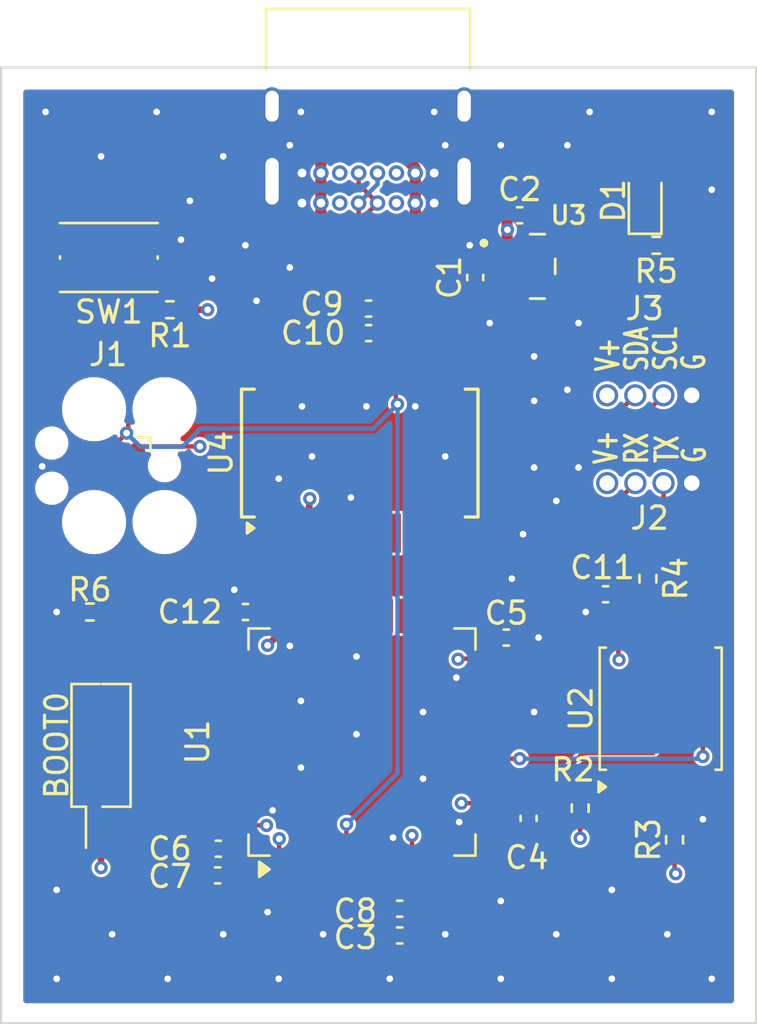
<source format=kicad_pcb>
(kicad_pcb (version 20221018) (generator pcbnew)
  (layers (0 "F.Cu" signal) (1 "In1.Cu" power) (2 "In2.Cu" power) (31 "B.Cu" mixed) (34 "B.Paste" user) (35 "F.Paste" user) (36 "B.SilkS" user "B.Silkscreen") (37 "F.SilkS" user "F.Silkscreen") (38 "B.Mask" user) (39 "F.Mask" user) (44 "Edge.Cuts" user))
  (net 0 "")
  (net 1 "+5V")
  (net 2 "GND")
  (net 3 "+3V3")
  (net 4 "/SWDIO")
  (net 5 "/NRST")
  (net 6 "/SWCLK")
  (net 9 "/USB_D+")
  (net 10 "/USB_D-")
  (net 14 "/nCE0_0")
  (net 15 "/nWP")
  (net 16 "/nHOLD")
  (net 17 "/SCK_0")
  (net 18 "/MISO_0")
  (net 19 "/MOSI_0")
  (net 20 "/PB10")
  (net 21 "/PB11")
  (net 22 "/PB13")
  (net 23 "/PB14")
  (net 24 "/UART1_TX")
  (net 25 "/UART1_RX")
  (net 28 "Net-(D1-K)")
  (net 45 "/BOOT0")
  (footprint "Capacitor_SMD:C_0402_1005Metric_Pad0.74x0.62mm_HandSolder" (layer "F.Cu") (at 96.95 67.85 180)
    (fp_text reference "C8")
    (fp_text value "100nF" hide)
  )
  (footprint "Button_Switch_SMD:SW_Push_1P1T_NO_CK_KMR2" (layer "F.Cu") (at 83.85 38.55 180)
    (fp_text reference "SW1")
    (fp_text value "Reset")
  )
  (footprint "Connector_PinSocket_1.27mm:PinSocket_1x04_P1.27mm_Vertical" (layer "F.Cu") (at 110.1 48.7 -90)
    (fp_text reference "J2")
    (fp_text value "UART 3 Header" hide)
  )
  (footprint "Capacitor_SMD:C_0402_1005Metric_Pad0.74x0.62mm_HandSolder" (layer "F.Cu") (at 95.55 40.85 180)
    (fp_text reference "C9")
    (fp_text value "4.7uF" hide)
  )
  (footprint "Capacitor_SMD:C_0402_1005Metric_Pad0.74x0.62mm_HandSolder" (layer "F.Cu") (at 101.75 55.65)
    (fp_text reference "C5")
    (fp_text value "100nF" hide)
  )
  (footprint "Resistor_SMD:R_0402_1005Metric_Pad0.72x0.64mm_HandSolder" (layer "F.Cu") (at 108.5 38 180)
    (fp_text reference "R5")
    (fp_text value "65R")
  )
  (footprint "Capacitor_SMD:C_0402_1005Metric_Pad0.74x0.62mm_HandSolder" (layer "F.Cu") (at 90 54.5 180)
    (fp_text reference "C12")
    (fp_text value "100nF" hide)
  )
  (footprint "Capacitor_SMD:C_0402_1005Metric_Pad0.74x0.62mm_HandSolder" (layer "F.Cu") (at 102.75 63.7825 -90)
    (fp_text reference "C4")
    (fp_text value "100nF" hide)
  )
  (footprint "Resistor_SMD:R_0402_1005Metric_Pad0.72x0.64mm_HandSolder" (layer "F.Cu") (at 109.325 64.75 90)
    (fp_text reference "R3")
    (fp_text value "10k" hide)
  )
  (footprint "Resistor_SMD:R_0402_1005Metric_Pad0.72x0.64mm_HandSolder" (layer "F.Cu") (at 83 54.5 180)
    (fp_text reference "R6")
    (fp_text value "4k7" hide)
  )
  (footprint "Resistor_SMD:R_0402_1005Metric_Pad0.72x0.64mm_HandSolder" (layer "F.Cu") (at 105.075 63.325 90)
    (fp_text reference "R2")
    (fp_text value "10k" hide)
  )
  (footprint "Capacitor_SMD:C_0402_1005Metric_Pad0.74x0.62mm_HandSolder" (layer "F.Cu") (at 96.95 69.05 180)
    (fp_text reference "C3")
    (fp_text value "4.7uF" hide)
  )
  (footprint "Capacitor_SMD:C_0402_1005Metric_Pad0.74x0.62mm_HandSolder" (layer "F.Cu") (at 88.7825 65.15 180)
    (fp_text reference "C6")
    (fp_text value "100nF" hide)
  )
  (footprint "Button_Switch_SMD:SW_DIP_SPSTx01_Slide_Copal_CHS-01B_W7.62mm_P1.27mm" (layer "F.Cu") (at 83.5 60.5 90)
    (fp_text reference "BOOT0")
    (fp_text value "SW_SPST" hide)
  )
  (footprint "Connector_USB:USB_C_Receptacle_GCT_USB4085" (layer "F.Cu") (at 98.5 36.1 180)
    (fp_text reference "P1" hide)
    (fp_text value "USB_C_Plug" hide)
  )
  (footprint "Resistor_SMD:R_0402_1005Metric_Pad0.72x0.64mm_HandSolder" (layer "F.Cu") (at 86.6025 40.9 180)
    (fp_text reference "R1")
    (fp_text value "10k" hide)
  )
  (footprint "Package_SO:SOIC-8_5.275x5.275mm_P1.27mm" (layer "F.Cu") (at 108.7 58.85 90)
    (fp_text reference "U2")
    (fp_text value "SST25VF080B-50-4x-S2Ax" hide)
  )
  (footprint "Connector_PinSocket_1.27mm:PinSocket_1x04_P1.27mm_Vertical" (layer "F.Cu") (at 110.095 44.75 -90)
    (fp_text reference "J3")
    (fp_text value "I2C 2 Header" hide)
  )
  (footprint "footprints:SOT95P280X145-5N" (layer "F.Cu") (at 103.15 38.95)
    (fp_text reference "U3")
    (fp_text value "TLV70133DBVR" hide)
  )
  (footprint "Package_QFP:LQFP-64_10x10mm_P0.5mm" (layer "F.Cu") (at 95.25 60.35 90)
    (fp_text reference "U1")
    (fp_text value "STM32F091RCTx" hide)
  )
  (footprint "Capacitor_SMD:C_0402_1005Metric_Pad0.74x0.62mm_HandSolder" (layer "F.Cu") (at 106.2175 53.7 180)
    (fp_text reference "C11")
    (fp_text value "100nF" hide)
  )
  (footprint "Connector:Tag-Connect_TC2030-IDC-FP_2x03_P1.27mm_Vertical" (layer "F.Cu") (at 83.82 47.915 180)
    (fp_text reference "J1")
    (fp_text value "TagConnect SWD" hide)
  )
  (footprint "Capacitor_SMD:C_0402_1005Metric_Pad0.74x0.62mm_HandSolder" (layer "F.Cu") (at 100.35 39.45 90)
    (fp_text reference "C1")
    (fp_text value "0.1uF" hide)
  )
  (footprint "Capacitor_SMD:C_0402_1005Metric_Pad0.74x0.62mm_HandSolder" (layer "F.Cu") (at 88.75 66.35 180)
    (fp_text reference "C7")
    (fp_text value "4.7uF" hide)
  )
  (footprint "Package_SO:SSOP-28_5.3x10.2mm_P0.65mm" (layer "F.Cu") (at 95.15 47.35 90)
    (fp_text reference "U4")
    (fp_text value "FT232RL")
  )
  (footprint "Resistor_SMD:R_0402_1005Metric_Pad0.72x0.64mm_HandSolder" (layer "F.Cu") (at 108.125 53 -90)
    (fp_text reference "R4")
    (fp_text value "10k" hide)
  )
  (footprint "Capacitor_SMD:C_0402_1005Metric_Pad0.74x0.62mm_HandSolder" (layer "F.Cu") (at 95.55 41.95 180)
    (fp_text reference "C10")
    (fp_text value "100nF" hide)
  )
  (footprint "LED_SMD:LED_0603_1608Metric" (layer "F.Cu") (at 108 36 90)
    (fp_text reference "D1")
    (fp_text value "LED")
  )
  (footprint "Capacitor_SMD:C_0402_1005Metric_Pad0.74x0.62mm_HandSolder" (layer "F.Cu") (at 102.35 36.65)
    (fp_text reference "C2")
    (fp_text value "1uF" hide)
  )
  (gr_rect (start 79 30) (end 113 73) (stroke (width 0.1)) (fill none) (layer "Edge.Cuts"))
  (gr_text "RX" (at 108.2 47.925 90) (layer "F.SilkS") (effects (font (size 1 0.7) (thickness 0.153) bold) (justify left bottom)))
  (gr_text "TX" (at 109.575 47.875 90) (layer "F.SilkS") (effects (font (size 1 0.7) (thickness 0.153) bold) (justify left bottom)))
  (gr_text "SDA" (at 108.2 43.75 90) (layer "F.SilkS") (effects (font (size 1 0.7) (thickness 0.153) bold) (justify left bottom)))
  (gr_text "V+" (at 106.825 47.925 90) (layer "F.SilkS") (effects (font (size 1 0.7) (thickness 0.153) bold) (justify left bottom)))
  (gr_text "G" (at 110.8 47.875 90) (layer "F.SilkS") (effects (font (size 1 0.7) (thickness 0.153) bold) (justify left bottom)))
  (gr_text "G" (at 110.775 43.7 90) (layer "F.SilkS") (effects (font (size 1 0.7) (thickness 0.153) bold) (justify left bottom)))
  (gr_text "SCL" (at 109.5 43.725 90) (layer "F.SilkS") (effects (font (size 1 0.7) (thickness 0.153) bold) (justify left bottom)))
  (gr_text "V+" (at 106.9 43.75 90) (layer "F.SilkS") (effects (font (size 1 0.7) (thickness 0.153) bold) (justify left bottom)))
  (segment (start 93.4 34.255026) (end 93.632026 34.023) (width 0.5) (layer "F.Cu") (net 1))
  (segment (start 93.4 36.1) (end 93.4 34.75) (width 0.5) (layer "F.Cu") (net 1))
  (segment (start 96.125 43.75) (end 96.125 40.8575) (width 0.2) (layer "F.Cu") (net 1))
  (segment (start 99.2175 40.0175) (end 97.65 38.45) (width 0.5) (layer "F.Cu") (net 1))
  (segment (start 101.7775 40.0175) (end 101.895 39.9) (width 0.5) (layer "F.Cu") (net 1))
  (segment (start 93.4 37.3) (end 96.1175 40.0175) (width 0.5) (layer "F.Cu") (net 1))
  (segment (start 96.1175 40.0175) (end 96.1175 40.85) (width 0.5) (layer "F.Cu") (net 1))
  (segment (start 100.35 40.0175) (end 99.2175 40.0175) (width 0.5) (layer "F.Cu") (net 1))
  (segment (start 93.4 36.1) (end 93.4 37.3) (width 0.5) (layer "F.Cu") (net 1))
  (segment (start 97.65 34.527) (end 97.65 34.75) (width 0.5) (layer "F.Cu") (net 1))
  (segment (start 100.35 40.0175) (end 101.7775 40.0175) (width 0.5) (layer "F.Cu") (net 1))
  (segment (start 93.4 34.75) (end 93.4 34.255026) (width 0.5) (layer "F.Cu") (net 1))
  (segment (start 97.65 38.45) (end 97.65 36.1) (width 0.5) (layer "F.Cu") (net 1))
  (segment (start 97.146 34.023) (end 97.65 34.527) (width 0.5) (layer "F.Cu") (net 1))
  (segment (start 93.632026 34.023) (end 97.146 34.023) (width 0.5) (layer "F.Cu") (net 1))
  (segment (start 97.65 36.1) (end 97.65 34.75) (width 0.5) (layer "F.Cu") (net 1))
  (segment (start 96.125 40.8575) (end 96.1175 40.85) (width 0.2) (layer "F.Cu") (net 1))
  (segment (start 100.925 57.1) (end 101.699999 57.1) (width 0.2) (layer "F.Cu") (net 2))
  (segment (start 101.895 38.95) (end 102.499999 38.95) (width 0.5) (layer "F.Cu") (net 2))
  (segment (start 88.1825 66.35) (end 88.1825 65.483159) (width 0.3) (layer "F.Cu") (net 2))
  (segment (start 95.475 43.75) (end 95.475 42.4425) (width 0.2) (layer "F.Cu") (net 2))
  (segment (start 92.55 45.45) (end 92.45 45.35) (width 0.2) (layer "F.Cu") (net 2))
  (segment (start 105.35 54.15) (end 105.35 54.45) (width 0.2) (layer "F.Cu") (net 2))
  (segment (start 89.4325 54.5) (end 89.4325 53.5675) (width 0.3) (layer "F.Cu") (net 2))
  (segment (start 88.2825 64.117501) (end 88.800001 63.6) (width 0.2) (layer "F.Cu") (net 2))
  (segment (start 100.1 38) (end 100.1 38.6325) (width 0.5) (layer "F.Cu") (net 2))
  (segment (start 92.875 44.925) (end 92.55 45.25) (width 0.2) (layer "F.Cu") (net 2))
  (segment (start 100.4175 38.95) (end 100.35 38.8825) (width 0.5) (layer "F.Cu") (net 2))
  (segment (start 92.225 45.125) (end 92.35 45.25) (width 0.2) (layer "F.Cu") (net 2))
  (segment (start 97 67.2325) (end 96.3825 67.85) (width 0.2) (layer "F.Cu") (net 2))
  (segment (start 97.425 45.025) (end 97.65 45.25) (width 0.2) (layer "F.Cu") (net 2))
  (segment (start 94.9825 41.95) (end 94.9825 40.85) (width 0.2) (layer "F.Cu") (net 2))
  (segment (start 110.6 63.75) (end 110.6 63.825) (width 0.2) (layer "F.Cu") (net 2))
  (segment (start 102.3175 55.65) (end 103.2 55.65) (width 0.2) (layer "F.Cu") (net 2))
  (segment (start 110.605 62.45) (end 110.605 63.745) (width 0.2) (layer "F.Cu") (net 2))
  (segment (start 100.925 57.1) (end 100.150001 57.1) (width 0.2) (layer "F.Cu") (net 2))
  (segment (start 105.65 53.7) (end 105.35 54) (width 0.2) (layer "F.Cu") (net 2))
  (segment (start 97 66.025) (end 97 67.2325) (width 0.2) (layer "F.Cu") (net 2))
  (segment (start 97 65) (end 96.65 64.65) (width 0.2) (layer "F.Cu") (net 2))
  (segment (start 102.3175 56.482499) (end 102.3175 55.65) (width 0.2) (layer "F.Cu") (net 2))
  (segment (start 99.5 57.45) (end 99.55 57.275) (width 0.2) (layer "F.Cu") (net 2))
  (segment (start 92 56.025) (end 92 55.925) (width 0.2) (layer "F.Cu") (net 2))
  (segment (start 90.499999 63.45) (end 91.025 63.45) (width 0.2) (layer "F.Cu") (net 2))
  (segment (start 95.475 42.4425) (end 94.9825 41.95) (width 0.2) (layer "F.Cu") (net 2))
  (segment (start 96.3825 69.05) (end 96.3825 67.85) (width 0.2) (layer "F.Cu") (net 2))
  (segment (start 88.800001 63.6) (end 89.575 63.6) (width 0.2) (layer "F.Cu") (net 2))
  (segment (start 92.875 43.75) (end 92.875 44.925) (width 0.2) (layer "F.Cu") (net 2))
  (segment (start 99.625 63.95) (end 99.7 63.875) (width 0.2) (layer "F.Cu") (net 2))
  (segment (start 90.349999 63.6) (end 90.499999 63.45) (width 0.2) (layer "F.Cu") (net 2))
  (segment (start 92 54.675) (end 92 56.025) (width 0.2) (layer "F.Cu") (net 2))
  (segment (start 110.525 63.825) (end 110.6 63.75) (width 0.2) (layer "F.Cu") (net 2))
  (segment (start 91.025 63.45) (end 91.225 63.425) (width 0.2) (layer "F.Cu") (net 2))
  (segment (start 101.895 38.95) (end 100.4175 38.95) (width 0.5) (layer "F.Cu") (net 2))
  (segment (start 99.975 63.6) (end 99.625 63.95) (width 0.2) (layer "F.Cu") (net 2))
  (segment (start 105.35 54) (end 105.35 54.15) (width 0.2) (layer "F.Cu") (net 2))
  (segment (start 95.45 45.25) (end 95.45 45.05) (width 0.2) (layer "F.Cu") (net 2))
  (segment (start 94.75 49.35) (end 94.825 49.425) (width 0.2) (layer "F.Cu") (net 2))
  (segment (start 97 66.025) (end 97 65) (width 0.2) (layer "F.Cu") (net 2))
  (segment (start 92.55 45.25) (end 92.55 45.45) (width 0.2) (layer "F.Cu") (net 2))
  (segment (start 102.499999 38.95) (end 102.9175 38.532499) (width 0.5) (layer "F.Cu") (net 2))
  (segment (start 110.605 63.745) (end 110.6 63.75) (width 0.2) (layer "F.Cu") (net 2))
  (segment (start 92.35 45.25) (end 92.55 45.25) (width 0.2) (layer "F.Cu") (net 2))
  (segment (start 91.225 63.425) (end 91.075 63.45) (width 0.2) (layer "F.Cu") (net 2))
  (segment (start 103.2 55.65) (end 103.1 55.65) (width 0.2) (layer "F.Cu") (net 2))
  (segment (start 88.1825 65.483159) (end 88.03217 65.332829) (width 0.3) (layer "F.Cu") (net 2))
  (segment (start 95.475 43.75) (end 95.475 45.025) (width 0.2) (layer "F.Cu") (net 2))
  (segment (start 87.1 37.75) (end 86.875 37.75) (width 0.2) (layer "F.Cu") (net 2))
  (segment (start 92.225 43.75) (end 92.225 45.125) (width 0.2) (layer "F.Cu") (net 2))
  (segment (start 81.88 47.95) (end 80.85 47.95) (width 0.2) (layer "F.Cu") (net 2))
  (segment (start 95.475 45.025) (end 95.45 45.25) (width 0.2) (layer "F.Cu") (net 2))
  (segment (start 102 63.6) (end 102.75 64.35) (width 0.2) (layer "F.Cu") (net 2))
  (segment (start 96.65 64.65) (end 96.75 64.75) (width 0.2) (layer "F.Cu") (net 2))
  (segment (start 89.4325 53.5675) (end 89.5 53.5) (width 0.3) (layer "F.Cu") (net 2))
  (segment (start 82.4025 54.5) (end 81.5 54.5) (width 0.3) (layer "F.Cu") (net 2))
  (segment (start 97.425 43.75) (end 97.425 45.025) (width 0.2) (layer "F.Cu") (net 2))
  (segment (start 82.55 47.28) (end 81.88 47.95) (width 0.2) (layer "F.Cu") (net 2))
  (segment (start 105.35 54.45) (end 105.325 54.475) (width 0.2) (layer "F.Cu") (net 2))
  (segment (start 100.925 63.6) (end 102 63.6) (width 0.2) (layer "F.Cu") (net 2))
  (segment (start 88.2825 65.05) (end 88.2825 64.117501) (width 0.2) (layer "F.Cu") (net 2))
  (segment (start 99.975001 57.275) (end 99.5 57.45) (width 0.2) (layer "F.Cu") (net 2))
  (segment (start 100.1 38.6325) (end 100.35 38.8825) (width 0.5) (layer "F.Cu") (net 2))
  (segment (start 102.9175 38.532499) (end 102.9175 36.65) (width 0.5) (layer "F.Cu") (net 2))
  (segment (start 100.925 63.6) (end 99.975 63.6) (width 0.2) (layer "F.Cu") (net 2))
  (segment (start 94.825 50.95) (end 94.75 49.35) (width 0.2) (layer "F.Cu") (net 2))
  (segment (start 97.65 45.25) (end 97.55 45.15) (width 0.2) (layer "F.Cu") (net 2))
  (segment (start 85.9 37.75) (end 87.1 37.75) (width 0.2) (layer "F.Cu") (net 2))
  (segment (start 88.1825 65.412448) (end 88.067526 65.297474) (width 0.2) (layer "F.Cu") (net 2))
  (segment (start 81.8 37.75) (end 85.9 37.75) (width 0.5) (layer "F.Cu") (net 2))
  (segment (start 101.699999 57.1) (end 102.3175 56.482499) (width 0.2) (layer "F.Cu") (net 2))
  (segment (start 100.150001 57.1) (end 99.975001 57.275) (width 0.2) (layer "F.Cu") (net 2))
  (segment (start 110.6 63.825) (end 110.525 63.825) (width 0.2) (layer "F.Cu") (net 2))
  (segment (start 89.575 63.6) (end 90.349999 63.6) (width 0.2) (layer "F.Cu") (net 2))
  (segment (start 91.075 63.45) (end 91.05 63.45) (width 0.2) (layer "F.Cu") (net 2))
  (via (at 98 59) (size 0.6) (drill 0.3) (layers "F.Cu" "B.Cu") (net 2))
  (via (at 88.5 39.5) (size 0.6) (drill 0.3) (layers "F.Cu" "B.Cu") (net 2))
  (via (at 91.5 71) (size 0.6) (drill 0.3) (layers "F.Cu" "B.Cu") (net 2))
  (via (at 105 41.5) (size 0.6) (drill 0.3) (layers "F.Cu" "B.Cu") (net 2))
  (via (at 103 45) (size 0.6) (drill 0.3) (layers "F.Cu" "B.Cu") (net 2))
  (via (at 99 69) (size 0.6) (drill 0.3) (layers "F.Cu" "B.Cu") (net 2))
  (via (at 104 49.5) (size 0.6) (drill 0.3) (layers "F.Cu" "B.Cu") (net 2))
  (via (at 80.85 47.95) (size 0.6) (drill 0.3) (layers "F.Cu" "B.Cu") (net 2))
  (via (at 105.325 54.5) (size 0.6) (drill 0.3) (layers "F.Cu" "B.Cu") (net 2))
  (via (at 95.45 45.25) (size 0.6) (drill 0.3) (layers "F.Cu" "B.Cu") (net 2))
  (via (at 91 68) (size 0.6) (drill 0.3) (layers "F.Cu" "B.Cu") (net 2))
  (via (at 99.625 63.95) (size 0.6) (drill 0.3) (layers "F.Cu" "B.Cu") (net 2))
  (via (at 91.5 48.5) (size 0.6) (drill 0.3) (layers "F.Cu" "B.Cu") (net 2))
  (via (at 106.5 67) (size 0.6) (drill 0.3) (layers "F.Cu" "B.Cu") (net 2))
  (via (at 86 32) (size 0.6) (drill 0.3) (layers "F.Cu" "B.Cu") (net 2))
  (via (at 111 32) (size 0.6) (drill 0.3) (layers "F.Cu" "B.Cu") (net 2))
  (via (at 91.225 63.425) (size 0.6) (drill 0.3) (layers "F.Cu" "B.Cu") (net 2))
  (via (at 92.5 32) (size 0.6) (drill 0.3) (layers "F.Cu" "B.Cu") (net 2))
  (via (at 96.5 71) (size 0.6) (drill 0.3) (layers "F.Cu" "B.Cu") (net 2))
  (via (at 103 48) (size 0.6) (drill 0.3) (layers "F.Cu" "B.Cu") (net 2))
  (via (at 92 39) (size 0.6) (drill 0.3) (layers "F.Cu" "B.Cu") (net 2))
  (via (at 102 53) (size 0.6) (drill 0.3) (layers "F.Cu" "B.Cu") (net 2))
  (via (at 111 35.5) (size 0.6) (drill 0.3) (layers "F.Cu" "B.Cu") (net 2))
  (via (at 105.5 32) (size 0.6) (drill 0.3) (layers "F.Cu" "B.Cu") (net 2))
  (via (at 93.5 69) (size 0.6) (drill 0.3) (layers "F.Cu" "B.Cu") (net 2))
  (via (at 90.5 40.5) (size 0.6) (drill 0.3) (layers "F.Cu" "B.Cu") (net 2))
  (via (at 106.5 71) (size 0.6) (drill 0.3) (layers "F.Cu" "B.Cu") (net 2))
  (via (at 92 56.025) (size 0.6) (drill 0.3) (layers "F.Cu" "B.Cu") (net 2))
  (via (at 87.1 37.75) (size 0.6) (drill 0.3) (layers "F.Cu" "B.Cu") (net 2))
  (via (at 101 41.5) (size 0.6) (drill 0.3) (layers "F.Cu" "B.Cu") (net 2))
  (via (at 101.5 67.5) (size 0.6) (drill 0.3) (layers "F.Cu" "B.Cu") (net 2))
  (via (at 86.5 71) (size 0.6) (drill 0.3) (layers "F.Cu" "B.Cu") (net 2))
  (via (at 96.65 64.65) (size 0.6) (drill 0.3) (layers "F.Cu" "B.Cu") (net 2))
  (via (at 103.2 55.65) (size 0.6) (drill 0.3) (layers "F.Cu" "B.Cu") (net 2))
  (via (at 101.5 71) (size 0.6) (drill 0.3) (layers "F.Cu" "B.Cu") (net 2))
  (via (at 92.55 45.25) (size 0.6) (drill 0.3) (layers "F.Cu" "B.Cu") (net 2))
  (via (at 89.5 53.5) (size 0.6) (drill 0.3) (layers "F.Cu" "B.Cu") (net 2))
  (via (at 89 34) (size 0.6) (drill 0.3) (layers "F.Cu" "B.Cu") (net 2))
  (via (at 100.1 38) (size 0.6) (drill 0.3) (layers "F.Cu" "B.Cu") (net 2))
  (via (at 109 69) (size 0.6) (drill 0.3) (layers "F.Cu" "B.Cu") (net 2))
  (via (at 97.65 45.25) (size 0.6) (drill 0.3) (layers "F.Cu" "B.Cu") (net 2))
  (via (at 81.5 67) (size 0.6) (drill 0.3) (layers "F.Cu" "B.Cu") (net 2))
  (via (at 111 71) (size 0.6) (drill 0.3) (layers "F.Cu" "B.Cu") (net 2))
  (via (at 99 47.5) (size 0.6) (drill 0.3) (layers "F.Cu" "B.Cu") (net 2))
  (via (at 95 60) (size 0.6) (drill 0.3) (layers "F.Cu" "B.Cu") (net 2))
  (via (at 101.5 33.5) (size 0.6) (drill 0.3) (layers "F.Cu" "B.Cu") (net 2))
  (via (at 90 38) (size 0.6) (drill 0.3) (layers "F.Cu" "B.Cu") (net 2))
  (via (at 94.75 49.35) (size 0.6) (drill 0.3) (layers "F.Cu" "B.Cu") (net 2))
  (via (at 104.5 44.5) (size 0.6) (drill 0.3) (layers "F.Cu" "B.Cu") (net 2))
  (via (at 105 48) (size 0.6) (drill 0.3) (layers "F.Cu" "B.Cu") (net 2))
  (via (at 89 69) (size 0.6) (drill 0.3) (layers "F.Cu" "B.Cu") (net 2))
  (via (at 92.5 58.5) (size 0.6) (drill 0.3) (layers "F.Cu" "B.Cu") (net 2))
  (via (at 110.6 63.825) (size 0.6) (drill 0.3) (layers "F.Cu" "B.Cu") (net 2))
  (via (at 92.5 61.5) (size 0.6) (drill 0.3) (layers "F.Cu" "B.Cu") (net 2))
  (via (at 92 33.5) (size 0.6) (drill 0.3) (layers "F.Cu" "B.Cu") (net 2))
  (via (at 102.5 51) (size 0.6) (drill 0.3) (layers "F.Cu" "B.Cu") (net 2))
  (via (at 103 59) (size 0.6) (drill 0.3) (layers "F.Cu" "B.Cu") (net 2))
  (via (at 87.5 36) (size 0.6) (drill 0.3) (layers "F.Cu" "B.Cu") (net 2))
  (via (at 93 47.5) (size 0.6) (drill 0.3) (layers "F.Cu" "B.Cu") (net 2))
  (via (at 104 69) (size 0.6) (drill 0.3) (layers "F.Cu" "B.Cu") (net 2))
  (via (at 98 62) (size 0.6) (drill 0.3) (layers "F.Cu" "B.Cu") (net 2))
  (via (at 81 32) (size 0.6) (drill 0.3) (layers "F.Cu" "B.Cu") (net 2))
  (via (at 103 43) (size 0.6) (drill 0.3) (layers "F.Cu" "B.Cu") (net 2))
  (via (at 95 56.5) (size 0.6) (drill 0.3) (layers "F.Cu" "B.Cu") (net 2))
  (via (at 83.5 34) (size 0.6) (drill 0.3) (layers "F.Cu" "B.Cu") (net 2))
  (via (at 84 69) (size 0.6) (drill 0.3) (layers "F.Cu" "B.Cu") (net 2))
  (via (at 99.5 57.45) (size 0.6) (drill 0.3) (layers "F.Cu" "B.Cu") (net 2))
  (via (at 81.5 54.5) (size 0.6) (drill 0.3) (layers "F.Cu" "B.Cu") (net 2))
  (via (at 81.5 71) (size 0.6) (drill 0.3) (layers "F.Cu" "B.Cu") (net 2))
  (via (at 99 33.5) (size 0.6) (drill 0.3) (layers "F.Cu" "B.Cu") (net 2))
  (via (at 98.5 32) (size 0.6) (drill 0.3) (layers "F.Cu" "B.Cu") (net 2))
  (via (at 104.5 33.5) (size 0.6) (drill 0.3) (layers "F.Cu" "B.Cu") (net 2))
  (segment (start 83.5 66) (end 83.5 64.31) (width 0.3) (layer "F.Cu") (net 3))
  (segment (start 109.375 66.2) (end 109.375 66.275) (width 0.2) (layer "F.Cu") (net 3))
  (segment (start 105.075 64.525) (end 105.075 64.675) (width 0.2) (layer "F.Cu") (net 3))
  (segment (start 91.5 55.5) (end 91 56) (width 0.3) (layer "F.Cu") (net 3))
  (segment (start 99.75 56.6) (end 99.775 56.6) (width 0.2) (layer "F.Cu") (net 3))
  (segment (start 106.795 56.495) (end 106.825 56.65) (width 0.2) (layer "F.Cu") (net 3))
  (segment (start 89.4175 65.05) (end 89.4175 64.2575) (width 0.2) (layer "F.Cu") (net 3))
  (segment (start 106.785 53.7) (end 106.8275 53.7) (width 0.2) (layer "F.Cu") (net 3))
  (segment (start 91.525 64.7) (end 91.5 64.85) (width 0.2) (layer "F.Cu") (net 3))
  (segment (start 97.5 67.8325) (end 97.5175 67.85) (width 0.2) (layer "F.Cu") (net 3))
  (segment (start 100.925 55.9075) (end 101.1825 55.65) (width 0.2) (layer "F.Cu") (net 3))
  (segment (start 109.325 65.3475) (end 109.325 66.15) (width 0.2) (layer "F.Cu") (net 3))
  (segment (start 87.2 40.9) (end 88.3 40.9) (width 0.3) (layer "F.Cu") (net 3))
  (segment (start 89.3175 66.35) (end 89.3175 65.483159) (width 0.3) (layer "F.Cu") (net 3))
  (segment (start 97.5175 69.05) (end 97.5175 67.85) (width 0.2) (layer "F.Cu") (net 3))
  (segment (start 89.3175 65.483159) (end 89.16717 65.332829) (width 0.3) (layer "F.Cu") (net 3))
  (segment (start 92.875 49.425) (end 92.9 49.4) (width 0.3) (layer "F.Cu") (net 3))
  (segment (start 102 35) (end 101.7825 35.2175) (width 0.5) (layer "F.Cu") (net 3))
  (segment (start 106.795 55.25) (end 106.795 56.45) (width 0.2) (layer "F.Cu") (net 3))
  (segment (start 106.785 53.7) (end 106.785 55.24) (width 0.2) (layer "F.Cu") (net 3))
  (segment (start 99.575 56.625) (end 99.75 56.6) (width 0.2) (layer "F.Cu") (net 3))
  (segment (start 102.635 63.1) (end 102.75 63.215) (width 0.2) (layer "F.Cu") (net 3))
  (segment (start 90.5675 54.5) (end 91.325 54.5) (width 0.3) (layer "F.Cu") (net 3))
  (segment (start 101.7825 37.8875) (end 101.895 38) (width 0.5) (layer "F.Cu") (net 3))
  (segment (start 85.32 47.05) (end 87.95 47.05) (width 0.2) (layer "F.Cu") (net 3))
  (segment (start 97.5 66.025) (end 97.5 67.8325) (width 0.2) (layer "F.Cu") (net 3))
  (segment (start 91.5 54.675) (end 91.5 55.5) (width 0.3) (layer "F.Cu") (net 3))
  (segment (start 105.075 64.675) (end 105.1 64.55) (width 0.2) (layer "F.Cu") (net 3))
  (segment (start 109.375 66.275) (end 109.45 66.275) (width 0.2) (layer "F.Cu") (net 3))
  (segment (start 100.925 63.1) (end 102.635 63.1) (width 0.2) (layer "F.Cu") (net 3))
  (segment (start 100.925 63.1) (end 99.725 63.1) (width 0.2) (layer "F.Cu") (net 3))
  (segment (start 106.785 55.24) (end 106.795 55.25) (width 0.2) (layer "F.Cu") (net 3))
  (segment (start 85.09 47.28) (end 85.32 47.05) (width 0.2) (layer "F.Cu") (net 3))
  (segment (start 105.075 63.9225) (end 105.075 64.525) (width 0.2) (layer "F.Cu") (net 3))
  (segment (start 97.5 66.025) (end 97.5 64.55) (width 0.2) (layer "F.Cu") (net 3))
  (segment (start 100.925 56.6) (end 99.8 56.6) (width 0.2) (layer "F.Cu") (net 3))
  (segment (start 100.925 56.6) (end 100.925 55.9075) (width 0.2) (layer "F.Cu") (net 3))
  (segment (start 99.8 56.6) (end 99.575 56.625) (width 0.2) (layer "F.Cu") (net 3))
  (segment (start 108 35.2125) (end 108 35) (width 0.5) (layer "F.Cu") (net 3))
  (segment (start 101.7825 36.65) (end 101.7825 37.8875) (width 0.5) (layer "F.Cu") (net 3))
  (segment (start 89.4175 64.2575) (end 89.575 64.1) (width 0.2) (layer "F.Cu") (net 3))
  (segment (start 109.325 66.15) (end 109.375 66.2) (width 0.2) (layer "F.Cu") (net 3))
  (segment (start 92.875 50.95) (end 92.875 49.425) (width 0.3) (layer "F.Cu") (net 3))
  (segment (start 108 35) (end 102 35) (width 0.5) (layer "F.Cu") (net 3))
  (segment (start 89.3175 65.412448) (end 89.202526 65.297474) (width 0.2) (layer "F.Cu") (net 3))
  (segment (start 91.325 54.5) (end 91.5 54.675) (width 0.3) (layer "F.Cu") (net 3))
  (segment (start 101.7825 35.2175) (end 101.7825 36.65) (width 0.5) (layer "F.Cu") (net 3))
  (segment (start 99.725 63.1) (end 99.8 63.1) (width 0.2) (layer "F.Cu") (net 3))
  (segment (start 90.95 64.1) (end 90.675 64.1) (width 0.2) (layer "F.Cu") (net 3))
  (segment (start 89.575 64.1) (end 90.95 64.1) (width 0.2) (layer "F.Cu") (net 3))
  (segment (start 106.825 56.65) (end 106.825 56.525) (width 0.2) (layer "F.Cu") (net 3))
  (segment (start 91.5 66.025) (end 91.525 64.7) (width 0.2) (layer "F.Cu") (net 3))
  (segment (start 109.45 66.275) (end 109.375 66.2) (width 0.2) (layer "F.Cu") (net 3))
  (segment (start 106.8275 53.7) (end 108.125 52.4025) (width 0.2) (layer "F.Cu") (net 3))
  (via (at 90.95 64.1) (size 0.6) (drill 0.3) (layers "F.Cu" "B.Cu") (net 3))
  (via (at 106.825 56.65) (size 0.6) (drill 0.3) (layers "F.Cu" "B.Cu") (net 3))
  (via (at 109.375 66.275) (size 0.6) (drill 0.3) (layers "F.Cu" "B.Cu") (net 3))
  (via (at 105.075 64.675) (size 0.6) (drill 0.3) (layers "F.Cu" "B.Cu") (net 3))
  (via (at 101.8 37.3) (size 0.6) (drill 0.3) (layers "F.Cu" "B.Cu") (net 3))
  (via (at 97.5 64.55) (size 0.6) (drill 0.3) (layers "F.Cu" "B.Cu") (net 3))
  (via (at 92.9 49.4) (size 0.6) (drill 0.3) (layers "F.Cu" "B.Cu") (net 3))
  (via (at 91.525 64.7) (size 0.6) (drill 0.3) (layers "F.Cu" "B.Cu") (net 3))
  (via (at 99.575 56.625) (size 0.6) (drill 0.3) (layers "F.Cu" "B.Cu") (net 3))
  (via (at 88.3 40.9) (size 0.6) (drill 0.3) (layers "F.Cu" "B.Cu") (net 3))
  (via (at 91 56) (size 0.6) (drill 0.3) (layers "F.Cu" "B.Cu") (net 3))
  (via (at 99.725 63.1) (size 0.6) (drill 0.3) (layers "F.Cu" "B.Cu") (net 3))
  (via (at 87.95 47.05) (size 0.6) (drill 0.3) (layers "F.Cu" "B.Cu") (net 3))
  (via (at 83.5 66) (size 0.6) (drill 0.3) (layers "F.Cu" "B.Cu") (net 3))
  (segment (start 92.25 53.15) (end 92.5 53.4) (width 0.2) (layer "F.Cu") (net 4))
  (segment (start 85.09 48.55) (end 85.3043 48.7643) (width 0.2) (layer "F.Cu") (net 4))
  (segment (start 91.25 53.15) (end 92.25 53.15) (width 0.2) (layer "F.Cu") (net 4))
  (segment (start 86.8643 48.7643) (end 91.25 53.15) (width 0.2) (layer "F.Cu") (net 4))
  (segment (start 92.5 53.4) (end 92.5 54.675) (width 0.2) (layer "F.Cu") (net 4))
  (segment (start 85.3043 48.7643) (end 86.8643 48.7643) (width 0.2) (layer "F.Cu") (net 4))
  (segment (start 84.72645 42.27355) (end 85.9 41.1) (width 0.2) (layer "F.Cu") (net 5))
  (segment (start 84.65 46.45) (end 84.72645 46.37355) (width 0.2) (layer "F.Cu") (net 5))
  (segment (start 85.9 41.1) (end 85.9 39.35) (width 0.2) (layer "F.Cu") (net 5))
  (segment (start 84.72645 46.37355) (end 84.72645 42.27355) (width 0.2) (layer "F.Cu") (net 5))
  (segment (start 96.775 43.75) (end 96.775 45.075) (width 0.2) (layer "F.Cu") (net 5))
  (segment (start 83.82 47.28) (end 84.65 46.45) (width 0.2) (layer "F.Cu") (net 5))
  (segment (start 81.8 39.35) (end 85.9 39.35) (width 0.5) (layer "F.Cu") (net 5))
  (segment (start 94.55 64.05) (end 94.55 65.975) (width 0.2) (layer "F.Cu") (net 5))
  (segment (start 96.775 45.075) (end 96.85 45.15) (width 0.2) (layer "F.Cu") (net 5))
  (segment (start 94.55 65.975) (end 94.5 66.025) (width 0.2) (layer "F.Cu") (net 5))
  (via (at 94.55 64.05) (size 0.6) (drill 0.3) (layers "F.Cu" "B.Cu") (net 5))
  (via (at 96.85 45.15) (size 0.6) (drill 0.3) (layers "F.Cu" "B.Cu") (net 5))
  (via (at 84.65 46.45) (size 0.6) (drill 0.3) (layers "F.Cu" "B.Cu") (net 5))
  (segment (start 87.1657 47.0657) (end 87.9814 46.25) (width 0.2) (layer "B.Cu") (net 5))
  (segment (start 84.65 46.45) (end 85.2657 47.0657) (width 0.2) (layer "B.Cu") (net 5))
  (segment (start 95.75 46.25) (end 96.85 45.15) (width 0.2) (layer "B.Cu") (net 5))
  (segment (start 96.85 45.15) (end 96.85 61.75) (width 0.2) (layer "B.Cu") (net 5))
  (segment (start 96.85 61.75) (end 94.55 64.05) (width 0.2) (layer "B.Cu") (net 5))
  (segment (start 87.9814 46.25) (end 95.75 46.25) (width 0.2) (layer "B.Cu") (net 5))
  (segment (start 85.2657 47.0657) (end 87.1657 47.0657) (width 0.2) (layer "B.Cu") (net 5))
  (segment (start 84.72645 52.92645) (end 84.72645 49.45645) (width 0.2) (layer "F.Cu") (net 6))
  (segment (start 89.575 56.6) (end 88.4 56.6) (width 0.2) (layer "F.Cu") (net 6))
  (segment (start 88.4 56.6) (end 84.72645 52.92645) (width 0.2) (layer "F.Cu") (net 6))
  (segment (start 84.72645 49.45645) (end 83.82 48.55) (width 0.2) (layer "F.Cu") (net 6))
  (segment (start 99.375 43.75) (end 99.375 42.437499) (width 0.2) (layer "F.Cu") (net 9))
  (segment (start 95.6 36.45) (end 95.95 36.1) (width 0.2) (layer "F.Cu") (net 9))
  (segment (start 99.375 42.437499) (end 99.3 42.362499) (width 0.2) (layer "F.Cu") (net 9))
  (segment (start 95.1 34.75) (end 95.1 35.25) (width 0.2) (layer "F.Cu") (net 9))
  (segment (start 95.1 35.25) (end 95.95 36.1) (width 0.2) (layer "F.Cu") (net 9))
  (segment (start 95.6 37.346446) (end 95.6 36.45) (width 0.2) (layer "F.Cu") (net 9))
  (segment (start 99.3 41.046446) (end 95.6 37.346446) (width 0.2) (layer "F.Cu") (net 9))
  (segment (start 99.3 42.362499) (end 99.3 41.046446) (width 0.2) (layer "F.Cu") (net 9))
  (segment (start 95.95 36.063288) (end 95.95 36.1) (width 0.3) (layer "B.Cu") (net 9))
  (segment (start 95.1 37.553554) (end 95.1 36.1) (width 0.2) (layer "F.Cu") (net 10))
  (segment (start 95.1 36.063288) (end 95.1 36.1) (width 0.3) (layer "F.Cu") (net 10))
  (segment (start 98.8 42.362499) (end 98.8 41.253554) (width 0.2) (layer "F.Cu") (net 10))
  (segment (start 98.8 41.253554) (end 95.1 37.553554) (width 0.2) (layer "F.Cu") (net 10))
  (segment (start 98.725 42.437499) (end 98.8 42.362499) (width 0.2) (layer "F.Cu") (net 10))
  (segment (start 98.725 43.75) (end 98.725 42.437499) (width 0.2) (layer "F.Cu") (net 10))
  (segment (start 95.95 34.75) (end 95.95 35.25) (width 0.2) (layer "B.Cu") (net 10))
  (segment (start 95.95 35.25) (end 95.1 36.1) (width 0.2) (layer "B.Cu") (net 10))
  (segment (start 106.645 62.6) (end 100.925 62.6) (width 0.2) (layer "F.Cu") (net 14))
  (segment (start 106.795 62.45) (end 106.645 62.6) (width 0.2) (layer "F.Cu") (net 14))
  (segment (start 109.335 64.1425) (end 109.325 64.1525) (width 0.2) (layer "F.Cu") (net 15))
  (segment (start 109.335 62.45) (end 109.335 64.1425) (width 0.2) (layer "F.Cu") (net 15))
  (segment (start 108.065 55.25) (end 108.065 53.6575) (width 0.2) (layer "F.Cu") (net 16))
  (segment (start 108.065 53.6575) (end 108.125 53.5975) (width 0.2) (layer "F.Cu") (net 16))
  (segment (start 105.2 60.85) (end 103.95 62.1) (width 0.2) (layer "F.Cu") (net 17))
  (segment (start 109.335 59.865) (end 108.35 60.85) (width 0.2) (layer "F.Cu") (net 17))
  (segment (start 109.335 55.25) (end 109.335 59.865) (width 0.2) (layer "F.Cu") (net 17))
  (segment (start 103.95 62.1) (end 100.925 62.1) (width 0.2) (layer "F.Cu") (net 17))
  (segment (start 108.35 60.85) (end 105.2 60.85) (width 0.2) (layer "F.Cu") (net 17))
  (segment (start 105.964999 65.35) (end 100.2 65.35) (width 0.3) (layer "F.Cu") (net 18))
  (segment (start 99.35 61.6) (end 100.925 61.6) (width 0.3) (layer "F.Cu") (net 18))
  (segment (start 108.065 63.249999) (end 105.964999 65.35) (width 0.3) (layer "F.Cu") (net 18))
  (segment (start 99 61.95) (end 99.35 61.6) (width 0.3) (layer "F.Cu") (net 18))
  (segment (start 108.065 62.45) (end 108.065 63.249999) (width 0.3) (layer "F.Cu") (net 18))
  (segment (start 100.2 65.35) (end 99 64.15) (width 0.3) (layer "F.Cu") (net 18))
  (segment (start 99 64.15) (end 99 61.95) (width 0.3) (layer "F.Cu") (net 18))
  (segment (start 110.6 61) (end 110.6 61.05) (width 0.2) (layer "F.Cu") (net 19))
  (segment (start 110.605 55.25) (end 110.605 59.145) (width 0.2) (layer "F.Cu") (net 19))
  (segment (start 110.605 59.145) (end 110.6 59.15) (width 0.2) (layer "F.Cu") (net 19))
  (segment (start 100.925 61.1) (end 102.35 61.1) (width 0.2) (layer "F.Cu") (net 19))
  (segment (start 110.6 59.15) (end 110.6 61) (width 0.2) (layer "F.Cu") (net 19))
  (via (at 102.35 61.1) (size 0.6) (drill 0.3) (layers "F.Cu" "B.Cu") (net 19))
  (via (at 110.6 61) (size 0.6) (drill 0.3) (layers "F.Cu" "B.Cu") (net 19))
  (segment (start 102.35 61.1) (end 110.5 61.1) (width 0.2) (layer "B.Cu") (net 19))
  (segment (start 110.5 61.1) (end 110.6 61) (width 0.2) (layer "B.Cu") (net 19))
  (segment (start 100.925 58.1) (end 102.262448 58.1) (width 0.2) (layer "F.Cu") (net 20))
  (segment (start 104.054 56.308448) (end 104.054 52.083448) (width 0.2) (layer "F.Cu") (net 20))
  (segment (start 104.054 52.083448) (end 105.743724 50.393724) (width 0.2) (layer "F.Cu") (net 20))
  (segment (start 102.262448 58.1) (end 104.054 56.308448) (width 0.2) (layer "F.Cu") (net 20))
  (segment (start 105.743724 50.393724) (end 107.781276 50.393724) (width 0.2) (layer "F.Cu") (net 20))
  (segment (start 108.83 49.345) (end 108.83 48.7) (width 0.2) (layer "F.Cu") (net 20))
  (segment (start 107.781276 50.393724) (end 108.83 49.345) (width 0.2) (layer "F.Cu") (net 20))
  (segment (start 105.9 49.775) (end 103.727 51.948) (width 0.2) (layer "F.Cu") (net 21))
  (segment (start 102.3 57.6) (end 100.925 57.6) (width 0.2) (layer "F.Cu") (net 21))
  (segment (start 103.727 56.173) (end 102.3 57.6) (width 0.2) (layer "F.Cu") (net 21))
  (segment (start 106.485 49.775) (end 105.9 49.775) (width 0.2) (layer "F.Cu") (net 21))
  (segment (start 103.727 51.948) (end 103.727 56.173) (width 0.2) (layer "F.Cu") (net 21))
  (segment (start 107.56 48.7) (end 106.485 49.775) (width 0.2) (layer "F.Cu") (net 21))
  (segment (start 98.575 52.702) (end 98.575 52.7) (width 0.2) (layer "F.Cu") (net 22))
  (segment (start 106.918776 46.656224) (end 108.825 44.75) (width 0.2) (layer "F.Cu") (net 22))
  (segment (start 98.5 52.777) (end 98.575 52.702) (width 0.2) (layer "F.Cu") (net 22))
  (segment (start 101.127 51.635448) (end 101.127 47.535448) (width 0.2) (layer "F.Cu") (net 22))
  (segment (start 100.062448 52.7) (end 101.127 51.635448) (width 0.2) (layer "F.Cu") (net 22))
  (segment (start 102.006224 46.656224) (end 106.918776 46.656224) (width 0.2) (layer "F.Cu") (net 22))
  (segment (start 98.575 52.7) (end 100.062448 52.7) (width 0.2) (layer "F.Cu") (net 22))
  (segment (start 101.127 47.535448) (end 102.006224 46.656224) (width 0.2) (layer "F.Cu") (net 22))
  (segment (start 98.5 54.675) (end 98.5 52.777) (width 0.2) (layer "F.Cu") (net 22))
  (segment (start 101.9 46.3) (end 100.8 47.4) (width 0.2) (layer "F.Cu") (net 23))
  (segment (start 100 52.3) (end 98.375 52.3) (width 0.2) (layer "F.Cu") (net 23))
  (segment (start 98 52.675) (end 98 54.675) (width 0.2) (layer "F.Cu") (net 23))
  (segment (start 100.8 51.5) (end 100 52.3) (width 0.2) (layer "F.Cu") (net 23))
  (segment (start 100.8 47.4) (end 100.8 51.5) (width 0.2) (layer "F.Cu") (net 23))
  (segment (start 107.555 44.75) (end 106.005 46.3) (width 0.2) (layer "F.Cu") (net 23))
  (segment (start 98.375 52.3) (end 98 52.675) (width 0.2) (layer "F.Cu") (net 23))
  (segment (start 106.005 46.3) (end 101.9 46.3) (width 0.2) (layer "F.Cu") (net 23))
  (segment (start 93.525 50.95) (end 93.525 52.99583) (width 0.2) (layer "F.Cu") (net 24))
  (segment (start 94.5 53.97083) (end 94.5 54.675) (width 0.2) (layer "F.Cu") (net 24))
  (segment (start 93.525 52.99583) (end 94.5 53.97083) (width 0.2) (layer "F.Cu") (net 24))
  (segment (start 90.925 52.025) (end 90.925 50.95) (width 0.2) (layer "F.Cu") (net 25))
  (segment (start 94 53.933278) (end 93.198 53.131278) (width 0.2) (layer "F.Cu") (net 25))
  (segment (start 93.198 52.598) (end 92.95 52.35) (width 0.2) (layer "F.Cu") (net 25))
  (segment (start 94 54.675) (end 94 53.933278) (width 0.2) (layer "F.Cu") (net 25))
  (segment (start 91.25 52.35) (end 90.925 52.025) (width 0.2) (layer "F.Cu") (net 25))
  (segment (start 92.95 52.35) (end 91.25 52.35) (width 0.2) (layer "F.Cu") (net 25))
  (segment (start 93.198 53.131278) (end 93.198 52.598) (width 0.2) (layer "F.Cu") (net 25))
  (segment (start 107.9025 36.885) (end 108 36.7875) (width 0.6) (layer "F.Cu") (net 28))
  (segment (start 107.9025 38) (end 107.9025 36.885) (width 0.6) (layer "F.Cu") (net 28))
  (segment (start 83.5 56.69) (end 83.5 54.5975) (width 0.3) (layer "F.Cu") (net 45))
  (segment (start 88.800001 62.1) (end 87 60.299999) (width 0.3) (layer "F.Cu") (net 45))
  (segment (start 89.575 62.1) (end 88.800001 62.1) (width 0.3) (layer "F.Cu") (net 45))
  (segment (start 83.5 54.5975) (end 83.5975 54.5) (width 0.3) (layer "F.Cu") (net 45))
  (segment (start 87 60.299999) (end 87 57.5) (width 0.3) (layer "F.Cu") (net 45))
  (segment (start 86.19 56.69) (end 83.5 56.69) (width 0.3) (layer "F.Cu") (net 45))
  (segment (start 87 57.5) (end 86.19 56.69) (width 0.3) (layer "F.Cu") (net 45))
  (zone (net 2) (net_name "GND") (layer "F.Cu") (priority 2) (connect_pads yes (clearance 0)) (min_thickness 0.25) (fill yes (thermal_gap 0) (thermal_bridge_width 0.5))
    (polygon (pts (xy 80 31) (xy 112 31) (xy 112 72.1) (xy 80 72.1)))
  )
  (zone (net 2) (net_name "GND") (layer "B.Cu") (priority 3) (connect_pads yes (clearance 0)) (min_thickness 0.25) (fill yes (thermal_gap 0) (thermal_bridge_width 0.5))
    (polygon (pts (xy 80 72.1) (xy 112 72.1) (xy 112 31) (xy 80 31)))
  )
)
</source>
